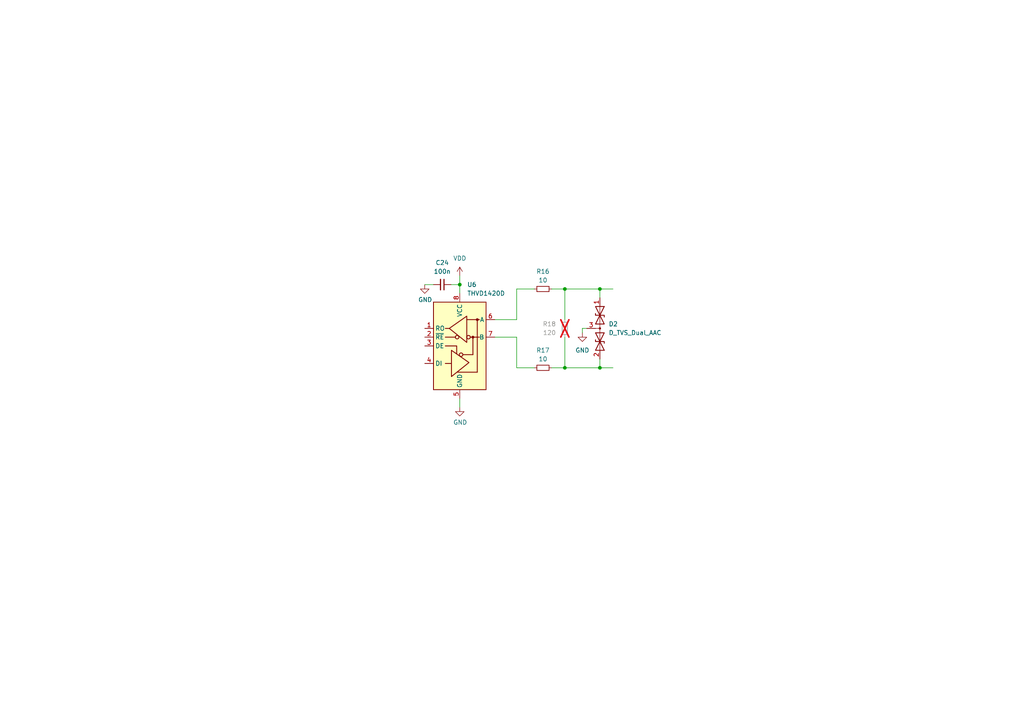
<source format=kicad_sch>
(kicad_sch
	(version 20250114)
	(generator "eeschema")
	(generator_version "9.0")
	(uuid "aa70e9ff-21d8-474f-bfcc-fde31607fa9a")
	(paper "A4")
	(lib_symbols
		(symbol "Device:C_Small"
			(pin_numbers
				(hide yes)
			)
			(pin_names
				(offset 0.254)
				(hide yes)
			)
			(exclude_from_sim no)
			(in_bom yes)
			(on_board yes)
			(property "Reference" "C"
				(at 0.254 1.778 0)
				(effects
					(font
						(size 1.27 1.27)
					)
					(justify left)
				)
			)
			(property "Value" "C_Small"
				(at 0.254 -2.032 0)
				(effects
					(font
						(size 1.27 1.27)
					)
					(justify left)
				)
			)
			(property "Footprint" ""
				(at 0 0 0)
				(effects
					(font
						(size 1.27 1.27)
					)
					(hide yes)
				)
			)
			(property "Datasheet" "~"
				(at 0 0 0)
				(effects
					(font
						(size 1.27 1.27)
					)
					(hide yes)
				)
			)
			(property "Description" "Unpolarized capacitor, small symbol"
				(at 0 0 0)
				(effects
					(font
						(size 1.27 1.27)
					)
					(hide yes)
				)
			)
			(property "ki_keywords" "capacitor cap"
				(at 0 0 0)
				(effects
					(font
						(size 1.27 1.27)
					)
					(hide yes)
				)
			)
			(property "ki_fp_filters" "C_*"
				(at 0 0 0)
				(effects
					(font
						(size 1.27 1.27)
					)
					(hide yes)
				)
			)
			(symbol "C_Small_0_1"
				(polyline
					(pts
						(xy -1.524 0.508) (xy 1.524 0.508)
					)
					(stroke
						(width 0.3048)
						(type default)
					)
					(fill
						(type none)
					)
				)
				(polyline
					(pts
						(xy -1.524 -0.508) (xy 1.524 -0.508)
					)
					(stroke
						(width 0.3302)
						(type default)
					)
					(fill
						(type none)
					)
				)
			)
			(symbol "C_Small_1_1"
				(pin passive line
					(at 0 2.54 270)
					(length 2.032)
					(name "~"
						(effects
							(font
								(size 1.27 1.27)
							)
						)
					)
					(number "1"
						(effects
							(font
								(size 1.27 1.27)
							)
						)
					)
				)
				(pin passive line
					(at 0 -2.54 90)
					(length 2.032)
					(name "~"
						(effects
							(font
								(size 1.27 1.27)
							)
						)
					)
					(number "2"
						(effects
							(font
								(size 1.27 1.27)
							)
						)
					)
				)
			)
			(embedded_fonts no)
		)
		(symbol "Device:D_TVS_Dual_AAC"
			(pin_names
				(offset 1.016)
				(hide yes)
			)
			(exclude_from_sim no)
			(in_bom yes)
			(on_board yes)
			(property "Reference" "D"
				(at 0 4.445 0)
				(effects
					(font
						(size 1.27 1.27)
					)
				)
			)
			(property "Value" "D_TVS_Dual_AAC"
				(at 0 2.54 0)
				(effects
					(font
						(size 1.27 1.27)
					)
				)
			)
			(property "Footprint" ""
				(at -3.81 0 0)
				(effects
					(font
						(size 1.27 1.27)
					)
					(hide yes)
				)
			)
			(property "Datasheet" "~"
				(at -3.81 0 0)
				(effects
					(font
						(size 1.27 1.27)
					)
					(hide yes)
				)
			)
			(property "Description" "Bidirectional dual transient-voltage-suppression diode, center on pin 3"
				(at 0 0 0)
				(effects
					(font
						(size 1.27 1.27)
					)
					(hide yes)
				)
			)
			(property "ki_keywords" "diode TVS thyrector"
				(at 0 0 0)
				(effects
					(font
						(size 1.27 1.27)
					)
					(hide yes)
				)
			)
			(symbol "D_TVS_Dual_AAC_0_0"
				(polyline
					(pts
						(xy 0 -1.27) (xy 0 0)
					)
					(stroke
						(width 0)
						(type default)
					)
					(fill
						(type none)
					)
				)
			)
			(symbol "D_TVS_Dual_AAC_0_1"
				(polyline
					(pts
						(xy -6.35 1.27) (xy -1.27 -1.27) (xy -1.27 1.27) (xy -6.35 -1.27) (xy -6.35 1.27)
					)
					(stroke
						(width 0.254)
						(type default)
					)
					(fill
						(type none)
					)
				)
				(polyline
					(pts
						(xy -6.35 0) (xy 6.35 0)
					)
					(stroke
						(width 0)
						(type default)
					)
					(fill
						(type none)
					)
				)
				(polyline
					(pts
						(xy -3.302 1.27) (xy -3.81 1.27) (xy -3.81 -1.27) (xy -4.318 -1.27)
					)
					(stroke
						(width 0.254)
						(type default)
					)
					(fill
						(type none)
					)
				)
				(circle
					(center 0 0)
					(radius 0.254)
					(stroke
						(width 0)
						(type default)
					)
					(fill
						(type outline)
					)
				)
				(polyline
					(pts
						(xy 4.318 1.27) (xy 3.81 1.27) (xy 3.81 -1.27) (xy 3.302 -1.27)
					)
					(stroke
						(width 0.254)
						(type default)
					)
					(fill
						(type none)
					)
				)
				(polyline
					(pts
						(xy 6.35 1.27) (xy 1.27 -1.27) (xy 1.27 1.27) (xy 6.35 -1.27) (xy 6.35 1.27)
					)
					(stroke
						(width 0.254)
						(type default)
					)
					(fill
						(type none)
					)
				)
			)
			(symbol "D_TVS_Dual_AAC_1_1"
				(pin passive line
					(at -8.89 0 0)
					(length 2.54)
					(name "A1"
						(effects
							(font
								(size 1.27 1.27)
							)
						)
					)
					(number "1"
						(effects
							(font
								(size 1.27 1.27)
							)
						)
					)
				)
				(pin passive line
					(at 0 -3.81 90)
					(length 2.54)
					(name "common"
						(effects
							(font
								(size 1.27 1.27)
							)
						)
					)
					(number "3"
						(effects
							(font
								(size 1.27 1.27)
							)
						)
					)
				)
				(pin passive line
					(at 8.89 0 180)
					(length 2.54)
					(name "A2"
						(effects
							(font
								(size 1.27 1.27)
							)
						)
					)
					(number "2"
						(effects
							(font
								(size 1.27 1.27)
							)
						)
					)
				)
			)
			(embedded_fonts no)
		)
		(symbol "Device:R_Small"
			(pin_numbers
				(hide yes)
			)
			(pin_names
				(offset 0.254)
				(hide yes)
			)
			(exclude_from_sim no)
			(in_bom yes)
			(on_board yes)
			(property "Reference" "R"
				(at 0.762 0.508 0)
				(effects
					(font
						(size 1.27 1.27)
					)
					(justify left)
				)
			)
			(property "Value" "R_Small"
				(at 0.762 -1.016 0)
				(effects
					(font
						(size 1.27 1.27)
					)
					(justify left)
				)
			)
			(property "Footprint" ""
				(at 0 0 0)
				(effects
					(font
						(size 1.27 1.27)
					)
					(hide yes)
				)
			)
			(property "Datasheet" "~"
				(at 0 0 0)
				(effects
					(font
						(size 1.27 1.27)
					)
					(hide yes)
				)
			)
			(property "Description" "Resistor, small symbol"
				(at 0 0 0)
				(effects
					(font
						(size 1.27 1.27)
					)
					(hide yes)
				)
			)
			(property "ki_keywords" "R resistor"
				(at 0 0 0)
				(effects
					(font
						(size 1.27 1.27)
					)
					(hide yes)
				)
			)
			(property "ki_fp_filters" "R_*"
				(at 0 0 0)
				(effects
					(font
						(size 1.27 1.27)
					)
					(hide yes)
				)
			)
			(symbol "R_Small_0_1"
				(rectangle
					(start -0.762 1.778)
					(end 0.762 -1.778)
					(stroke
						(width 0.2032)
						(type default)
					)
					(fill
						(type none)
					)
				)
			)
			(symbol "R_Small_1_1"
				(pin passive line
					(at 0 2.54 270)
					(length 0.762)
					(name "~"
						(effects
							(font
								(size 1.27 1.27)
							)
						)
					)
					(number "1"
						(effects
							(font
								(size 1.27 1.27)
							)
						)
					)
				)
				(pin passive line
					(at 0 -2.54 90)
					(length 0.762)
					(name "~"
						(effects
							(font
								(size 1.27 1.27)
							)
						)
					)
					(number "2"
						(effects
							(font
								(size 1.27 1.27)
							)
						)
					)
				)
			)
			(embedded_fonts no)
		)
		(symbol "Interface_UART:THVD1420D"
			(exclude_from_sim no)
			(in_bom yes)
			(on_board yes)
			(property "Reference" "U"
				(at -6.096 11.43 0)
				(effects
					(font
						(size 1.27 1.27)
					)
				)
			)
			(property "Value" "THVD1420D"
				(at 0.762 11.43 0)
				(effects
					(font
						(size 1.27 1.27)
					)
					(justify left)
				)
			)
			(property "Footprint" "Package_SO:SOIC-8_3.9x4.9mm_P1.27mm"
				(at 0 -17.78 0)
				(effects
					(font
						(size 1.27 1.27)
					)
					(hide yes)
				)
			)
			(property "Datasheet" "https://www.ti.com/lit/ds/symlink/thvd1420.pdf"
				(at 0 1.27 0)
				(effects
					(font
						(size 1.27 1.27)
					)
					(hide yes)
				)
			)
			(property "Description" "Half duplex RS-485/RS-422, 12 Mbps, 3V - 5.5V supply, ±12kV electro-static discharge (ESD) protection, with receiver/driver enable, 32 receiver drive capacity, SOIC-8"
				(at 0 0 0)
				(effects
					(font
						(size 1.27 1.27)
					)
					(hide yes)
				)
			)
			(property "ki_keywords" "Half duplex 3.3V 5V RS-485 RS-422"
				(at 0 0 0)
				(effects
					(font
						(size 1.27 1.27)
					)
					(hide yes)
				)
			)
			(property "ki_fp_filters" "SOIC*3.9x4.9mm*P1.27mm*"
				(at 0 0 0)
				(effects
					(font
						(size 1.27 1.27)
					)
					(hide yes)
				)
			)
			(symbol "THVD1420D_0_1"
				(rectangle
					(start -7.62 12.7)
					(end 7.62 -12.7)
					(stroke
						(width 0.254)
						(type default)
					)
					(fill
						(type background)
					)
				)
				(polyline
					(pts
						(xy -4.191 2.54) (xy -1.27 2.54)
					)
					(stroke
						(width 0.254)
						(type default)
					)
					(fill
						(type none)
					)
				)
				(polyline
					(pts
						(xy -4.191 0) (xy -0.889 0) (xy -0.889 -2.286)
					)
					(stroke
						(width 0.254)
						(type default)
					)
					(fill
						(type none)
					)
				)
				(polyline
					(pts
						(xy -3.175 5.08) (xy -4.191 5.08) (xy -4.064 5.08)
					)
					(stroke
						(width 0.254)
						(type default)
					)
					(fill
						(type none)
					)
				)
				(polyline
					(pts
						(xy -2.54 -5.08) (xy -4.191 -5.08)
					)
					(stroke
						(width 0.254)
						(type default)
					)
					(fill
						(type none)
					)
				)
				(polyline
					(pts
						(xy -2.413 -5.08) (xy -2.413 -1.27) (xy 2.667 -4.826) (xy -2.413 -8.89) (xy -2.413 -5.08)
					)
					(stroke
						(width 0.254)
						(type default)
					)
					(fill
						(type none)
					)
				)
				(polyline
					(pts
						(xy -0.635 -7.62) (xy 5.08 -7.62)
					)
					(stroke
						(width 0.254)
						(type default)
					)
					(fill
						(type none)
					)
				)
				(circle
					(center 0.381 -2.54)
					(radius 0.508)
					(stroke
						(width 0.254)
						(type default)
					)
					(fill
						(type none)
					)
				)
				(polyline
					(pts
						(xy 0.889 -2.54) (xy 3.81 -2.54)
					)
					(stroke
						(width 0.254)
						(type default)
					)
					(fill
						(type none)
					)
				)
				(polyline
					(pts
						(xy 2.032 7.62) (xy 5.715 7.62)
					)
					(stroke
						(width 0.254)
						(type default)
					)
					(fill
						(type none)
					)
				)
				(polyline
					(pts
						(xy 3.048 2.54) (xy 5.715 2.54)
					)
					(stroke
						(width 0.254)
						(type default)
					)
					(fill
						(type none)
					)
				)
				(circle
					(center 3.81 2.54)
					(radius 0.2794)
					(stroke
						(width 0.254)
						(type default)
					)
					(fill
						(type outline)
					)
				)
				(polyline
					(pts
						(xy 3.81 -2.54) (xy 3.81 2.54)
					)
					(stroke
						(width 0.254)
						(type default)
					)
					(fill
						(type none)
					)
				)
				(polyline
					(pts
						(xy 5.08 -7.62) (xy 5.08 7.62)
					)
					(stroke
						(width 0.254)
						(type default)
					)
					(fill
						(type none)
					)
				)
			)
			(symbol "THVD1420D_1_1"
				(circle
					(center -0.762 2.54)
					(radius 0.508)
					(stroke
						(width 0.254)
						(type default)
					)
					(fill
						(type none)
					)
				)
				(polyline
					(pts
						(xy 2.032 4.826) (xy 2.032 8.636) (xy -3.048 5.08) (xy 2.032 1.016) (xy 2.032 4.826)
					)
					(stroke
						(width 0.254)
						(type default)
					)
					(fill
						(type none)
					)
				)
				(circle
					(center 2.54 2.54)
					(radius 0.508)
					(stroke
						(width 0.254)
						(type default)
					)
					(fill
						(type none)
					)
				)
				(circle
					(center 5.08 7.62)
					(radius 0.2794)
					(stroke
						(width 0.254)
						(type default)
					)
					(fill
						(type outline)
					)
				)
				(pin output line
					(at -10.16 5.08 0)
					(length 2.54)
					(name "RO"
						(effects
							(font
								(size 1.27 1.27)
							)
						)
					)
					(number "1"
						(effects
							(font
								(size 1.27 1.27)
							)
						)
					)
				)
				(pin input line
					(at -10.16 2.54 0)
					(length 2.54)
					(name "~{RE}"
						(effects
							(font
								(size 1.27 1.27)
							)
						)
					)
					(number "2"
						(effects
							(font
								(size 1.27 1.27)
							)
						)
					)
				)
				(pin input line
					(at -10.16 0 0)
					(length 2.54)
					(name "DE"
						(effects
							(font
								(size 1.27 1.27)
							)
						)
					)
					(number "3"
						(effects
							(font
								(size 1.27 1.27)
							)
						)
					)
				)
				(pin input line
					(at -10.16 -5.08 0)
					(length 2.54)
					(name "DI"
						(effects
							(font
								(size 1.27 1.27)
							)
						)
					)
					(number "4"
						(effects
							(font
								(size 1.27 1.27)
							)
						)
					)
				)
				(pin power_in line
					(at 0 15.24 270)
					(length 2.54)
					(name "VCC"
						(effects
							(font
								(size 1.27 1.27)
							)
						)
					)
					(number "8"
						(effects
							(font
								(size 1.27 1.27)
							)
						)
					)
				)
				(pin power_in line
					(at 0 -15.24 90)
					(length 2.54)
					(name "GND"
						(effects
							(font
								(size 1.27 1.27)
							)
						)
					)
					(number "5"
						(effects
							(font
								(size 1.27 1.27)
							)
						)
					)
				)
				(pin bidirectional line
					(at 10.16 7.62 180)
					(length 2.54)
					(name "A"
						(effects
							(font
								(size 1.27 1.27)
							)
						)
					)
					(number "6"
						(effects
							(font
								(size 1.27 1.27)
							)
						)
					)
				)
				(pin bidirectional line
					(at 10.16 2.54 180)
					(length 2.54)
					(name "B"
						(effects
							(font
								(size 1.27 1.27)
							)
						)
					)
					(number "7"
						(effects
							(font
								(size 1.27 1.27)
							)
						)
					)
				)
			)
			(embedded_fonts no)
		)
		(symbol "power:GND"
			(power)
			(pin_names
				(offset 0)
			)
			(exclude_from_sim no)
			(in_bom yes)
			(on_board yes)
			(property "Reference" "#PWR"
				(at 0 -6.35 0)
				(effects
					(font
						(size 1.27 1.27)
					)
					(hide yes)
				)
			)
			(property "Value" "GND"
				(at 0 -3.81 0)
				(effects
					(font
						(size 1.27 1.27)
					)
				)
			)
			(property "Footprint" ""
				(at 0 0 0)
				(effects
					(font
						(size 1.27 1.27)
					)
					(hide yes)
				)
			)
			(property "Datasheet" ""
				(at 0 0 0)
				(effects
					(font
						(size 1.27 1.27)
					)
					(hide yes)
				)
			)
			(property "Description" "Power symbol creates a global label with name \"GND\" , ground"
				(at 0 0 0)
				(effects
					(font
						(size 1.27 1.27)
					)
					(hide yes)
				)
			)
			(property "ki_keywords" "power-flag"
				(at 0 0 0)
				(effects
					(font
						(size 1.27 1.27)
					)
					(hide yes)
				)
			)
			(symbol "GND_0_1"
				(polyline
					(pts
						(xy 0 0) (xy 0 -1.27) (xy 1.27 -1.27) (xy 0 -2.54) (xy -1.27 -1.27) (xy 0 -1.27)
					)
					(stroke
						(width 0)
						(type default)
					)
					(fill
						(type none)
					)
				)
			)
			(symbol "GND_1_1"
				(pin power_in line
					(at 0 0 270)
					(length 0)
					(hide yes)
					(name "GND"
						(effects
							(font
								(size 1.27 1.27)
							)
						)
					)
					(number "1"
						(effects
							(font
								(size 1.27 1.27)
							)
						)
					)
				)
			)
			(embedded_fonts no)
		)
		(symbol "power:VDD"
			(power)
			(pin_numbers
				(hide yes)
			)
			(pin_names
				(offset 0)
				(hide yes)
			)
			(exclude_from_sim no)
			(in_bom yes)
			(on_board yes)
			(property "Reference" "#PWR"
				(at 0 -3.81 0)
				(effects
					(font
						(size 1.27 1.27)
					)
					(hide yes)
				)
			)
			(property "Value" "VDD"
				(at 0 3.556 0)
				(effects
					(font
						(size 1.27 1.27)
					)
				)
			)
			(property "Footprint" ""
				(at 0 0 0)
				(effects
					(font
						(size 1.27 1.27)
					)
					(hide yes)
				)
			)
			(property "Datasheet" ""
				(at 0 0 0)
				(effects
					(font
						(size 1.27 1.27)
					)
					(hide yes)
				)
			)
			(property "Description" "Power symbol creates a global label with name \"VDD\""
				(at 0 0 0)
				(effects
					(font
						(size 1.27 1.27)
					)
					(hide yes)
				)
			)
			(property "ki_keywords" "global power"
				(at 0 0 0)
				(effects
					(font
						(size 1.27 1.27)
					)
					(hide yes)
				)
			)
			(symbol "VDD_0_1"
				(polyline
					(pts
						(xy -0.762 1.27) (xy 0 2.54)
					)
					(stroke
						(width 0)
						(type default)
					)
					(fill
						(type none)
					)
				)
				(polyline
					(pts
						(xy 0 2.54) (xy 0.762 1.27)
					)
					(stroke
						(width 0)
						(type default)
					)
					(fill
						(type none)
					)
				)
				(polyline
					(pts
						(xy 0 0) (xy 0 2.54)
					)
					(stroke
						(width 0)
						(type default)
					)
					(fill
						(type none)
					)
				)
			)
			(symbol "VDD_1_1"
				(pin power_in line
					(at 0 0 90)
					(length 0)
					(name "~"
						(effects
							(font
								(size 1.27 1.27)
							)
						)
					)
					(number "1"
						(effects
							(font
								(size 1.27 1.27)
							)
						)
					)
				)
			)
			(embedded_fonts no)
		)
	)
	(junction
		(at 163.83 106.68)
		(diameter 0)
		(color 0 0 0 0)
		(uuid "403f5ace-49eb-4d03-bcef-b0751c313e81")
	)
	(junction
		(at 163.83 83.82)
		(diameter 0)
		(color 0 0 0 0)
		(uuid "581bf8b9-8e1a-4156-9ede-540a193cf073")
	)
	(junction
		(at 173.99 106.68)
		(diameter 0)
		(color 0 0 0 0)
		(uuid "c3c92c31-2a59-46a3-b907-92fa6d2a3f6b")
	)
	(junction
		(at 133.35 82.55)
		(diameter 0)
		(color 0 0 0 0)
		(uuid "e1a2578c-ae98-4325-b81f-e494eaa371cd")
	)
	(junction
		(at 173.99 83.82)
		(diameter 0)
		(color 0 0 0 0)
		(uuid "f840f110-b55c-471e-8d07-7eb0d2703328")
	)
	(wire
		(pts
			(xy 160.02 106.68) (xy 163.83 106.68)
		)
		(stroke
			(width 0)
			(type default)
		)
		(uuid "1ba01e6e-42ec-4f81-9582-d4f8059d2e03")
	)
	(wire
		(pts
			(xy 130.81 82.55) (xy 133.35 82.55)
		)
		(stroke
			(width 0)
			(type default)
		)
		(uuid "29b9c5d2-0e5a-4b6a-91e2-e850aeacc73b")
	)
	(wire
		(pts
			(xy 143.51 92.71) (xy 149.86 92.71)
		)
		(stroke
			(width 0)
			(type default)
		)
		(uuid "2bb1ddf4-afee-4546-a9a8-17cf1d682660")
	)
	(wire
		(pts
			(xy 173.99 83.82) (xy 173.99 86.36)
		)
		(stroke
			(width 0)
			(type default)
		)
		(uuid "3aa651be-1ccb-4c3e-96c0-881365c55f33")
	)
	(wire
		(pts
			(xy 160.02 83.82) (xy 163.83 83.82)
		)
		(stroke
			(width 0)
			(type default)
		)
		(uuid "4ed40390-000b-4454-95c9-88b01b6e19b4")
	)
	(wire
		(pts
			(xy 163.83 83.82) (xy 163.83 92.71)
		)
		(stroke
			(width 0)
			(type default)
		)
		(uuid "5c458362-4d98-41b5-b914-4f7bc66ab82e")
	)
	(wire
		(pts
			(xy 149.86 92.71) (xy 149.86 83.82)
		)
		(stroke
			(width 0)
			(type default)
		)
		(uuid "70ab3c6f-e406-4724-b880-e0e4dc7a800f")
	)
	(wire
		(pts
			(xy 133.35 115.57) (xy 133.35 118.11)
		)
		(stroke
			(width 0)
			(type default)
		)
		(uuid "8255df0a-fe83-451c-90a5-3e98a8178a40")
	)
	(wire
		(pts
			(xy 163.83 97.79) (xy 163.83 106.68)
		)
		(stroke
			(width 0)
			(type default)
		)
		(uuid "90ae26b0-4249-43a5-a6df-71aee380c184")
	)
	(wire
		(pts
			(xy 168.91 95.25) (xy 170.18 95.25)
		)
		(stroke
			(width 0)
			(type default)
		)
		(uuid "95642f3a-e5ac-4d23-b89c-d24c0f7ff1d6")
	)
	(wire
		(pts
			(xy 149.86 106.68) (xy 154.94 106.68)
		)
		(stroke
			(width 0)
			(type default)
		)
		(uuid "995fb0fe-811d-4660-abce-b04ecfe6adf6")
	)
	(wire
		(pts
			(xy 133.35 82.55) (xy 133.35 85.09)
		)
		(stroke
			(width 0)
			(type default)
		)
		(uuid "a42f6049-ff69-4250-8304-a9277f91529b")
	)
	(wire
		(pts
			(xy 149.86 97.79) (xy 149.86 106.68)
		)
		(stroke
			(width 0)
			(type default)
		)
		(uuid "a4ec4b16-b261-4114-8923-31778834bf45")
	)
	(wire
		(pts
			(xy 168.91 95.25) (xy 168.91 96.52)
		)
		(stroke
			(width 0)
			(type default)
		)
		(uuid "a9bda3e3-89d5-4d4f-a996-ac38b1acfcb6")
	)
	(wire
		(pts
			(xy 133.35 80.01) (xy 133.35 82.55)
		)
		(stroke
			(width 0)
			(type default)
		)
		(uuid "b54e7e9c-30fb-44ea-b6c8-37a2c8b4e0a1")
	)
	(wire
		(pts
			(xy 173.99 106.68) (xy 177.8 106.68)
		)
		(stroke
			(width 0)
			(type default)
		)
		(uuid "b8b0c367-9263-4e2b-86a3-62a16933baeb")
	)
	(wire
		(pts
			(xy 163.83 106.68) (xy 173.99 106.68)
		)
		(stroke
			(width 0)
			(type default)
		)
		(uuid "b94a69d2-ca03-457d-b5ca-a33b6ca5ab52")
	)
	(wire
		(pts
			(xy 173.99 83.82) (xy 177.8 83.82)
		)
		(stroke
			(width 0)
			(type default)
		)
		(uuid "ca29c28e-f81b-42be-96a5-3d6a76cb740a")
	)
	(wire
		(pts
			(xy 163.83 83.82) (xy 173.99 83.82)
		)
		(stroke
			(width 0)
			(type default)
		)
		(uuid "cbde6f72-688a-4896-8e9d-9deef7408630")
	)
	(wire
		(pts
			(xy 123.19 82.55) (xy 125.73 82.55)
		)
		(stroke
			(width 0)
			(type default)
		)
		(uuid "d537e357-faa0-44c2-9294-0f0bfa17d48c")
	)
	(wire
		(pts
			(xy 149.86 83.82) (xy 154.94 83.82)
		)
		(stroke
			(width 0)
			(type default)
		)
		(uuid "e6ce16d4-4eca-47a8-863f-d5877155ccc5")
	)
	(wire
		(pts
			(xy 173.99 104.14) (xy 173.99 106.68)
		)
		(stroke
			(width 0)
			(type default)
		)
		(uuid "ed074f1c-2b23-4192-8394-930931f6f802")
	)
	(wire
		(pts
			(xy 143.51 97.79) (xy 149.86 97.79)
		)
		(stroke
			(width 0)
			(type default)
		)
		(uuid "facd93cc-5840-45fa-9001-6bd0772e5180")
	)
	(symbol
		(lib_id "Interface_UART:THVD1420D")
		(at 133.35 100.33 0)
		(unit 1)
		(exclude_from_sim no)
		(in_bom yes)
		(on_board yes)
		(dnp no)
		(fields_autoplaced yes)
		(uuid "28f5fd5b-b110-4fe8-aab9-b393981eb324")
		(property "Reference" "U6"
			(at 135.4933 82.55 0)
			(effects
				(font
					(size 1.27 1.27)
				)
				(justify left)
			)
		)
		(property "Value" "THVD1420D"
			(at 135.4933 85.09 0)
			(effects
				(font
					(size 1.27 1.27)
				)
				(justify left)
			)
		)
		(property "Footprint" "Package_SO:SOIC-8_3.9x4.9mm_P1.27mm"
			(at 133.35 118.11 0)
			(effects
				(font
					(size 1.27 1.27)
				)
				(hide yes)
			)
		)
		(property "Datasheet" "https://www.ti.com/lit/ds/symlink/thvd1420.pdf"
			(at 133.35 99.06 0)
			(effects
				(font
					(size 1.27 1.27)
				)
				(hide yes)
			)
		)
		(property "Description" "Half duplex RS-485/RS-422, 12 Mbps, 3V - 5.5V supply, ±12kV electro-static discharge (ESD) protection, with receiver/driver enable, 32 receiver drive capacity, SOIC-8"
			(at 133.35 100.33 0)
			(effects
				(font
					(size 1.27 1.27)
				)
				(hide yes)
			)
		)
		(pin "6"
			(uuid "a7998618-a3aa-4e9b-b5ed-40936f84f2eb")
		)
		(pin "2"
			(uuid "aeb805cf-3cc1-4a58-b6a9-9d5de18b8edc")
		)
		(pin "5"
			(uuid "c9bd0391-9e85-4852-a7d6-8bc4daabffa4")
		)
		(pin "3"
			(uuid "0152272c-929c-476a-9248-f4311d21e699")
		)
		(pin "7"
			(uuid "ecae0ac9-73de-46b6-ac62-c7dc61cb4bf6")
		)
		(pin "4"
			(uuid "00894a3b-fad4-4665-aa72-663198be360a")
		)
		(pin "8"
			(uuid "90443930-e53f-47cc-9230-6a6e3b9f771b")
		)
		(pin "1"
			(uuid "cf7a9928-83c3-4f89-80c2-45cb3eb9b588")
		)
		(instances
			(project "esp32s3-rail"
				(path "/43c3dd73-0dcc-48c9-a061-d039af0cb18f/df982c01-fbe2-4878-8b67-6a103b3ec576"
					(reference "U6")
					(unit 1)
				)
			)
		)
	)
	(symbol
		(lib_id "Device:D_TVS_Dual_AAC")
		(at 173.99 95.25 270)
		(unit 1)
		(exclude_from_sim no)
		(in_bom yes)
		(on_board yes)
		(dnp no)
		(fields_autoplaced yes)
		(uuid "7078543b-d5f7-4445-a9a1-acb88cfdbad7")
		(property "Reference" "D2"
			(at 176.53 93.9799 90)
			(effects
				(font
					(size 1.27 1.27)
				)
				(justify left)
			)
		)
		(property "Value" "D_TVS_Dual_AAC"
			(at 176.53 96.5199 90)
			(effects
				(font
					(size 1.27 1.27)
				)
				(justify left)
			)
		)
		(property "Footprint" "Package_TO_SOT_SMD:SOT-23"
			(at 173.99 91.44 0)
			(effects
				(font
					(size 1.27 1.27)
				)
				(hide yes)
			)
		)
		(property "Datasheet" "~"
			(at 173.99 91.44 0)
			(effects
				(font
					(size 1.27 1.27)
				)
				(hide yes)
			)
		)
		(property "Description" "Bidirectional dual transient-voltage-suppression diode, center on pin 3"
			(at 173.99 95.25 0)
			(effects
				(font
					(size 1.27 1.27)
				)
				(hide yes)
			)
		)
		(pin "1"
			(uuid "9c38007f-20a3-4dd9-b6d9-da42450d9cbc")
		)
		(pin "3"
			(uuid "9a7036c6-34f7-4aef-a33c-c83622a86cf3")
		)
		(pin "2"
			(uuid "b1ccdb06-4ba2-4a68-8ad3-57be297f52e3")
		)
		(instances
			(project "esp32s3-rail"
				(path "/43c3dd73-0dcc-48c9-a061-d039af0cb18f/df982c01-fbe2-4878-8b67-6a103b3ec576"
					(reference "D2")
					(unit 1)
				)
			)
		)
	)
	(symbol
		(lib_id "power:GND")
		(at 168.91 96.52 0)
		(unit 1)
		(exclude_from_sim no)
		(in_bom yes)
		(on_board yes)
		(dnp no)
		(fields_autoplaced yes)
		(uuid "7e1e7c14-b89c-4ccd-9f9b-78d096a7e39b")
		(property "Reference" "#PWR053"
			(at 168.91 102.87 0)
			(effects
				(font
					(size 1.27 1.27)
				)
				(hide yes)
			)
		)
		(property "Value" "GND"
			(at 168.91 101.6 0)
			(effects
				(font
					(size 1.27 1.27)
				)
			)
		)
		(property "Footprint" ""
			(at 168.91 96.52 0)
			(effects
				(font
					(size 1.27 1.27)
				)
				(hide yes)
			)
		)
		(property "Datasheet" ""
			(at 168.91 96.52 0)
			(effects
				(font
					(size 1.27 1.27)
				)
				(hide yes)
			)
		)
		(property "Description" ""
			(at 168.91 96.52 0)
			(effects
				(font
					(size 1.27 1.27)
				)
				(hide yes)
			)
		)
		(pin "1"
			(uuid "d20c8623-bc6b-45a3-b4ac-e9dea6766858")
		)
		(instances
			(project "esp32s3-rail"
				(path "/43c3dd73-0dcc-48c9-a061-d039af0cb18f/df982c01-fbe2-4878-8b67-6a103b3ec576"
					(reference "#PWR053")
					(unit 1)
				)
			)
		)
	)
	(symbol
		(lib_id "Device:R_Small")
		(at 157.48 83.82 90)
		(unit 1)
		(exclude_from_sim no)
		(in_bom yes)
		(on_board yes)
		(dnp no)
		(fields_autoplaced yes)
		(uuid "883d9466-a1a3-48b2-a433-04aa5870f776")
		(property "Reference" "R16"
			(at 157.48 78.74 90)
			(effects
				(font
					(size 1.27 1.27)
				)
			)
		)
		(property "Value" "10"
			(at 157.48 81.28 90)
			(effects
				(font
					(size 1.27 1.27)
				)
			)
		)
		(property "Footprint" "Resistor_SMD:R_1206_3216Metric"
			(at 157.48 83.82 0)
			(effects
				(font
					(size 1.27 1.27)
				)
				(hide yes)
			)
		)
		(property "Datasheet" "~"
			(at 157.48 83.82 0)
			(effects
				(font
					(size 1.27 1.27)
				)
				(hide yes)
			)
		)
		(property "Description" "Resistor, small symbol"
			(at 157.48 83.82 0)
			(effects
				(font
					(size 1.27 1.27)
				)
				(hide yes)
			)
		)
		(pin "2"
			(uuid "e4b3ea43-2454-4c44-a71a-29a9885c005a")
		)
		(pin "1"
			(uuid "24532d10-7571-4e67-8583-290dfe0c5fbd")
		)
		(instances
			(project "esp32s3-rail"
				(path "/43c3dd73-0dcc-48c9-a061-d039af0cb18f/df982c01-fbe2-4878-8b67-6a103b3ec576"
					(reference "R16")
					(unit 1)
				)
			)
		)
	)
	(symbol
		(lib_id "Device:C_Small")
		(at 128.27 82.55 270)
		(unit 1)
		(exclude_from_sim no)
		(in_bom yes)
		(on_board yes)
		(dnp no)
		(fields_autoplaced yes)
		(uuid "a5139887-f7d9-4a95-868e-62ba5996f6d7")
		(property "Reference" "C24"
			(at 128.2636 76.2 90)
			(effects
				(font
					(size 1.27 1.27)
				)
			)
		)
		(property "Value" "100n"
			(at 128.2636 78.74 90)
			(effects
				(font
					(size 1.27 1.27)
				)
			)
		)
		(property "Footprint" ""
			(at 128.27 82.55 0)
			(effects
				(font
					(size 1.27 1.27)
				)
				(hide yes)
			)
		)
		(property "Datasheet" "~"
			(at 128.27 82.55 0)
			(effects
				(font
					(size 1.27 1.27)
				)
				(hide yes)
			)
		)
		(property "Description" "Unpolarized capacitor, small symbol"
			(at 128.27 82.55 0)
			(effects
				(font
					(size 1.27 1.27)
				)
				(hide yes)
			)
		)
		(pin "1"
			(uuid "562b789c-af74-4bd0-9f21-26b5f92ef6ca")
		)
		(pin "2"
			(uuid "a4268518-db35-40ba-bcb5-39c031617bc6")
		)
		(instances
			(project "esp32s3-rail"
				(path "/43c3dd73-0dcc-48c9-a061-d039af0cb18f/df982c01-fbe2-4878-8b67-6a103b3ec576"
					(reference "C24")
					(unit 1)
				)
			)
		)
	)
	(symbol
		(lib_id "Device:R_Small")
		(at 163.83 95.25 180)
		(unit 1)
		(exclude_from_sim no)
		(in_bom yes)
		(on_board yes)
		(dnp yes)
		(fields_autoplaced yes)
		(uuid "af6fca0e-8ff6-4786-bfb6-be684e2d7b13")
		(property "Reference" "R18"
			(at 161.29 93.9799 0)
			(effects
				(font
					(size 1.27 1.27)
				)
				(justify left)
			)
		)
		(property "Value" "120"
			(at 161.29 96.5199 0)
			(effects
				(font
					(size 1.27 1.27)
				)
				(justify left)
			)
		)
		(property "Footprint" "Resistor_SMD:R_1206_3216Metric"
			(at 163.83 95.25 0)
			(effects
				(font
					(size 1.27 1.27)
				)
				(hide yes)
			)
		)
		(property "Datasheet" "~"
			(at 163.83 95.25 0)
			(effects
				(font
					(size 1.27 1.27)
				)
				(hide yes)
			)
		)
		(property "Description" "Resistor, small symbol"
			(at 163.83 95.25 0)
			(effects
				(font
					(size 1.27 1.27)
				)
				(hide yes)
			)
		)
		(pin "2"
			(uuid "b84b6a93-ef40-4f4c-9c5c-2fe6123ae6be")
		)
		(pin "1"
			(uuid "529da4b2-7c2e-47e4-b68d-c58e93a17137")
		)
		(instances
			(project "esp32s3-rail"
				(path "/43c3dd73-0dcc-48c9-a061-d039af0cb18f/df982c01-fbe2-4878-8b67-6a103b3ec576"
					(reference "R18")
					(unit 1)
				)
			)
		)
	)
	(symbol
		(lib_id "Device:R_Small")
		(at 157.48 106.68 90)
		(unit 1)
		(exclude_from_sim no)
		(in_bom yes)
		(on_board yes)
		(dnp no)
		(fields_autoplaced yes)
		(uuid "ca4e6e7f-de2b-45f8-856e-2dac20630c9e")
		(property "Reference" "R17"
			(at 157.48 101.6 90)
			(effects
				(font
					(size 1.27 1.27)
				)
			)
		)
		(property "Value" "10"
			(at 157.48 104.14 90)
			(effects
				(font
					(size 1.27 1.27)
				)
			)
		)
		(property "Footprint" "Resistor_SMD:R_1206_3216Metric"
			(at 157.48 106.68 0)
			(effects
				(font
					(size 1.27 1.27)
				)
				(hide yes)
			)
		)
		(property "Datasheet" "~"
			(at 157.48 106.68 0)
			(effects
				(font
					(size 1.27 1.27)
				)
				(hide yes)
			)
		)
		(property "Description" "Resistor, small symbol"
			(at 157.48 106.68 0)
			(effects
				(font
					(size 1.27 1.27)
				)
				(hide yes)
			)
		)
		(pin "2"
			(uuid "eff0beba-fcf3-4380-9ee3-35a29f601afd")
		)
		(pin "1"
			(uuid "e1b0fa71-8e1c-4247-afb3-70f71d413ec6")
		)
		(instances
			(project "esp32s3-rail"
				(path "/43c3dd73-0dcc-48c9-a061-d039af0cb18f/df982c01-fbe2-4878-8b67-6a103b3ec576"
					(reference "R17")
					(unit 1)
				)
			)
		)
	)
	(symbol
		(lib_id "power:GND")
		(at 133.35 118.11 0)
		(unit 1)
		(exclude_from_sim no)
		(in_bom yes)
		(on_board yes)
		(dnp no)
		(uuid "d1629763-f492-4c9c-80e0-c7a0d31a460d")
		(property "Reference" "#PWR052"
			(at 133.35 124.46 0)
			(effects
				(font
					(size 1.27 1.27)
				)
				(hide yes)
			)
		)
		(property "Value" "GND"
			(at 133.477 122.5042 0)
			(effects
				(font
					(size 1.27 1.27)
				)
			)
		)
		(property "Footprint" ""
			(at 133.35 118.11 0)
			(effects
				(font
					(size 1.27 1.27)
				)
				(hide yes)
			)
		)
		(property "Datasheet" ""
			(at 133.35 118.11 0)
			(effects
				(font
					(size 1.27 1.27)
				)
				(hide yes)
			)
		)
		(property "Description" ""
			(at 133.35 118.11 0)
			(effects
				(font
					(size 1.27 1.27)
				)
				(hide yes)
			)
		)
		(pin "1"
			(uuid "8abef105-3e89-4dcf-9d2d-da77db71cd4e")
		)
		(instances
			(project "esp32s3-rail"
				(path "/43c3dd73-0dcc-48c9-a061-d039af0cb18f/df982c01-fbe2-4878-8b67-6a103b3ec576"
					(reference "#PWR052")
					(unit 1)
				)
			)
		)
	)
	(symbol
		(lib_id "power:GND")
		(at 123.19 82.55 0)
		(unit 1)
		(exclude_from_sim no)
		(in_bom yes)
		(on_board yes)
		(dnp no)
		(uuid "dfe2756a-268b-4090-b4ea-20e0711e709e")
		(property "Reference" "#PWR050"
			(at 123.19 88.9 0)
			(effects
				(font
					(size 1.27 1.27)
				)
				(hide yes)
			)
		)
		(property "Value" "GND"
			(at 123.317 86.9442 0)
			(effects
				(font
					(size 1.27 1.27)
				)
			)
		)
		(property "Footprint" ""
			(at 123.19 82.55 0)
			(effects
				(font
					(size 1.27 1.27)
				)
				(hide yes)
			)
		)
		(property "Datasheet" ""
			(at 123.19 82.55 0)
			(effects
				(font
					(size 1.27 1.27)
				)
				(hide yes)
			)
		)
		(property "Description" ""
			(at 123.19 82.55 0)
			(effects
				(font
					(size 1.27 1.27)
				)
				(hide yes)
			)
		)
		(pin "1"
			(uuid "67386503-a27d-4d1f-97ea-d5443130c1fd")
		)
		(instances
			(project "esp32s3-rail"
				(path "/43c3dd73-0dcc-48c9-a061-d039af0cb18f/df982c01-fbe2-4878-8b67-6a103b3ec576"
					(reference "#PWR050")
					(unit 1)
				)
			)
		)
	)
	(symbol
		(lib_id "power:VDD")
		(at 133.35 80.01 0)
		(unit 1)
		(exclude_from_sim no)
		(in_bom yes)
		(on_board yes)
		(dnp no)
		(fields_autoplaced yes)
		(uuid "efda3a4e-ecd4-4c48-9f6e-f77dc5feea15")
		(property "Reference" "#PWR051"
			(at 133.35 83.82 0)
			(effects
				(font
					(size 1.27 1.27)
				)
				(hide yes)
			)
		)
		(property "Value" "VDD"
			(at 133.35 74.93 0)
			(effects
				(font
					(size 1.27 1.27)
				)
			)
		)
		(property "Footprint" ""
			(at 133.35 80.01 0)
			(effects
				(font
					(size 1.27 1.27)
				)
				(hide yes)
			)
		)
		(property "Datasheet" ""
			(at 133.35 80.01 0)
			(effects
				(font
					(size 1.27 1.27)
				)
				(hide yes)
			)
		)
		(property "Description" "Power symbol creates a global label with name \"VDD\""
			(at 133.35 80.01 0)
			(effects
				(font
					(size 1.27 1.27)
				)
				(hide yes)
			)
		)
		(pin "1"
			(uuid "29739d5c-2745-4ee6-bb2c-a9714dffbdc3")
		)
		(instances
			(project "esp32s3-rail"
				(path "/43c3dd73-0dcc-48c9-a061-d039af0cb18f/df982c01-fbe2-4878-8b67-6a103b3ec576"
					(reference "#PWR051")
					(unit 1)
				)
			)
		)
	)
)

</source>
